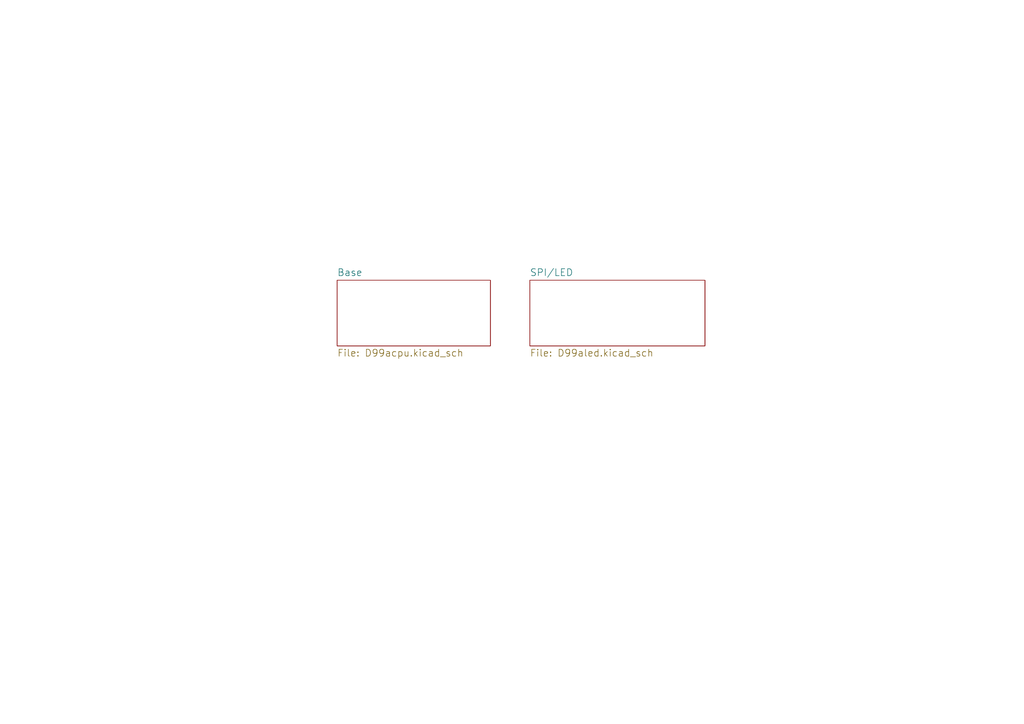
<source format=kicad_sch>
(kicad_sch
	(version 20250114)
	(generator "eeschema")
	(generator_version "9.0")
	(uuid "013e27ab-e668-4351-8569-d2c468a7aae1")
	(paper "A4")
	(title_block
		(title "Coach LED carrier PCB")
		(date "2025-02-18")
		(rev "0")
		(company "Frank Schumacher")
		(comment 1 "D99a")
		(comment 2 "Prototype 1")
	)
	(lib_symbols)
	(sheet
		(at 97.79 81.28)
		(size 44.45 19.05)
		(exclude_from_sim no)
		(in_bom yes)
		(on_board yes)
		(dnp no)
		(fields_autoplaced yes)
		(stroke
			(width 0)
			(type solid)
		)
		(fill
			(color 0 0 0 0.0000)
		)
		(uuid "00000000-0000-0000-0000-00005b6c6b9d")
		(property "Sheetname" "Base"
			(at 97.79 80.2001 0)
			(effects
				(font
					(size 2.0066 2.0066)
				)
				(justify left bottom)
			)
		)
		(property "Sheetfile" "D99acpu.kicad_sch"
			(at 97.79 101.2092 0)
			(effects
				(font
					(size 2.0066 2.0066)
				)
				(justify left top)
			)
		)
		(instances
			(project "D99a"
				(path "/013e27ab-e668-4351-8569-d2c468a7aae1"
					(page "2")
				)
			)
		)
	)
	(sheet
		(at 153.67 81.28)
		(size 50.8 19.05)
		(exclude_from_sim no)
		(in_bom yes)
		(on_board yes)
		(dnp no)
		(fields_autoplaced yes)
		(stroke
			(width 0)
			(type solid)
		)
		(fill
			(color 0 0 0 0.0000)
		)
		(uuid "00000000-0000-0000-0000-00005ddd579a")
		(property "Sheetname" "SPI/LED"
			(at 153.67 80.2001 0)
			(effects
				(font
					(size 2.0066 2.0066)
				)
				(justify left bottom)
			)
		)
		(property "Sheetfile" "D99aled.kicad_sch"
			(at 153.67 101.2092 0)
			(effects
				(font
					(size 2.0066 2.0066)
				)
				(justify left top)
			)
		)
		(instances
			(project "D99a"
				(path "/013e27ab-e668-4351-8569-d2c468a7aae1"
					(page "3")
				)
			)
		)
	)
	(sheet_instances
		(path "/"
			(page "1")
		)
	)
	(embedded_fonts no)
)

</source>
